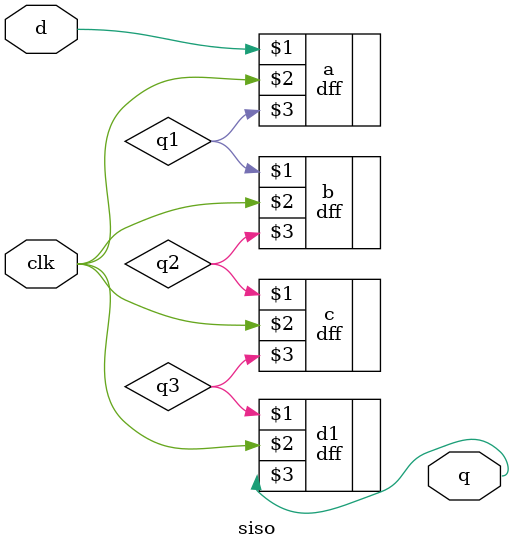
<source format=v>
module siso(d,clk,q);
input d,clk;
output q;

wire q1,q2,q3;

dff a(d,clk,q1);
dff b(q1,clk,q2);
dff c(q2,clk,q3);
dff d1(q3,clk,q);

endmodule
</source>
